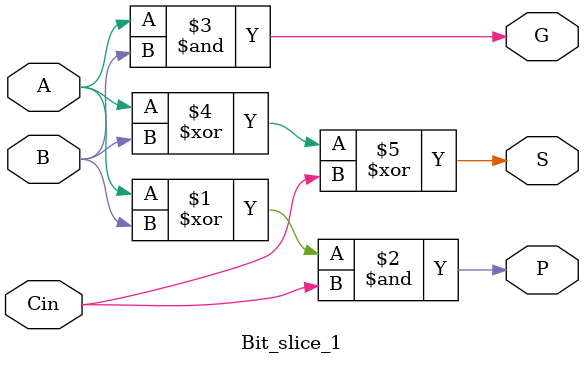
<source format=v>
`timescale 1ns / 1ps


module Bit_slice_1(

    input A,
    input B,
    input Cin,
    output P,
    output G,
    output S

    );
    
    // Carry propagated
    assign P = (A ^ B) & Cin;

    // Carry generated
    assign G = A & B;
    
    assign S = A ^ B ^ Cin;
    
endmodule

</source>
